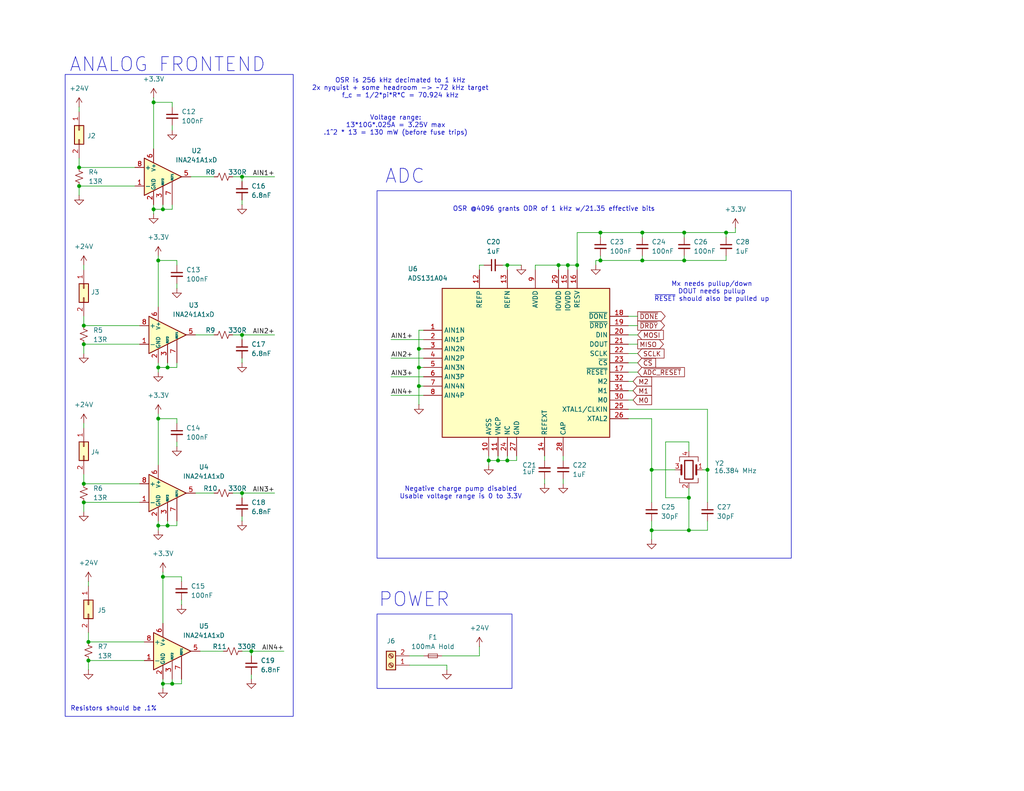
<source format=kicad_sch>
(kicad_sch (version 20250114) (generator "eeschema") (generator_version "9.0")
  (paper "USLetter")
  (title_block (title "PT DAQ") (date "2026-01-12") (rev "1A") (company "Aggie Propulsion and Rocketry Lab") (comment 1 "By: Nolan Poe") (comment 2 "Checked by: Daniel Fan"))
  (lib_symbols
    (symbol "Amplifier_Current:INA241A1xD" (pin_names (offset 0.127))
      (property "Reference" "U" (at 3.81 3.81 0))
      (property "Value" "INA241A1xD" (at 3.81 -2.54 0))
      (symbol "INA241A1xD_0_1"
        (polyline (pts (xy 5.08 0) (xy -5.08 5.08) (xy -5.08 -5.08) (xy 5.08 0)) (stroke (width 0.254)) (fill (type background)))
      )
      (symbol "INA241A1xD_1_1"
        (pin input line (at -7.62 2.54 0) (length 2.54) (name "+") (number "8"))
        (pin input line (at -7.62 -2.54 0) (length 2.54) (name "-") (number "1"))
        (pin power_in line (at -2.54 7.62 270) (length 3.81) (name "V+") (number "6"))
        (pin power_in line (at -2.54 -7.62 90) (length 3.81) (name "GND") (number "2"))
        (pin passive line (at -2.54 -7.62 90) (length 3.81) (hide yes) (name "GND") (number "4"))
        (pin passive line (at 0 -7.62 90) (length 5.08) (name "REF2") (number "3"))
        (pin passive line (at 2.54 -7.62 90) (length 6.35) (name "REF1") (number "7"))
        (pin output line (at 7.62 0 180) (length 2.54) (name "~") (number "5"))
      )
    )
    (symbol "Connector:Screw_Terminal_01x02" (pin_names (offset 1.016) (hide yes))
      (property "Reference" "J" (at 0 2.54 0))
      (property "Value" "Screw_Terminal_01x02" (at 0 -5.08 0))
      (symbol "Screw_Terminal_01x02_1_1"
        (rectangle (start -1.27 1.27) (end 1.27 -3.81) (stroke (width 0.254)) (fill (type background)))
        (polyline (pts (xy -0.5334 0.3302) (xy 0.3302 -0.508)) (stroke (width 0.1524)))
        (polyline (pts (xy -0.5334 -2.2098) (xy 0.3302 -3.048)) (stroke (width 0.1524)))
        (polyline (pts (xy -0.3556 0.508) (xy 0.508 -0.3302)) (stroke (width 0.1524)))
        (polyline (pts (xy -0.3556 -2.032) (xy 0.508 -2.8702)) (stroke (width 0.1524)))
        (circle (center 0 0) (radius 0.635) (stroke (width 0.1524)))
        (circle (center 0 -2.54) (radius 0.635) (stroke (width 0.1524)))
        (pin passive line (at -5.08 0 0) (length 3.81) (name "Pin_1") (number "1"))
        (pin passive line (at -5.08 -2.54 0) (length 3.81) (name "Pin_2") (number "2"))
      )
    )
    (symbol "Connector_Generic:Conn_02x01" (pin_names (offset 1.016) (hide yes))
      (property "Reference" "J" (at 1.27 2.54 0))
      (property "Value" "Conn_02x01" (at 1.27 -2.54 0))
      (symbol "Conn_02x01_1_1"
        (rectangle (start -1.27 1.27) (end 3.81 -1.27) (stroke (width 0.254)) (fill (type background)))
        (rectangle (start -1.27 0.127) (end 0 -0.127) (stroke (width 0.1524)))
        (rectangle (start 3.81 0.127) (end 2.54 -0.127) (stroke (width 0.1524)))
        (pin passive line (at -5.08 0 0) (length 3.81) (name "Pin_1") (number "1"))
        (pin passive line (at 7.62 0 180) (length 3.81) (name "Pin_2") (number "2"))
      )
    )
    (symbol "Device:C_Small" (pin_numbers (hide yes)) (pin_names (offset 0.254) (hide yes))
      (property "Reference" "C" (at 0.254 1.778 0))
      (property "Value" "C_Small" (at 0.254 -2.032 0))
      (symbol "C_Small_0_1"
        (polyline (pts (xy -1.524 0.508) (xy 1.524 0.508)) (stroke (width 0.3048)))
        (polyline (pts (xy -1.524 -0.508) (xy 1.524 -0.508)) (stroke (width 0.3302)))
      )
      (symbol "C_Small_1_1"
        (pin passive line (at 0 2.54 270) (length 2.032) (name "~") (number "1"))
        (pin passive line (at 0 -2.54 90) (length 2.032) (name "~") (number "2"))
      )
    )
    (symbol "Device:Crystal_GND24" (pin_names (offset 1.016) (hide yes))
      (property "Reference" "Y" (at 3.175 5.08 0))
      (property "Value" "Crystal_GND24" (at 3.175 3.175 0))
      (symbol "Crystal_GND24_0_1"
        (polyline (pts (xy -2.54 2.286) (xy -2.54 3.556) (xy 2.54 3.556) (xy 2.54 2.286)))
        (polyline (pts (xy -2.54 0) (xy -2.032 0)))
        (polyline (pts (xy -2.54 -2.286) (xy -2.54 -3.556) (xy 2.54 -3.556) (xy 2.54 -2.286)))
        (polyline (pts (xy -2.032 -1.27) (xy -2.032 1.27)) (stroke (width 0.508)))
        (rectangle (start -1.143 2.54) (end 1.143 -2.54) (stroke (width 0.3048)))
        (polyline (pts (xy 0 3.556) (xy 0 3.81)))
        (polyline (pts (xy 0 -3.81) (xy 0 -3.556)))
        (polyline (pts (xy 2.032 0) (xy 2.54 0)))
        (polyline (pts (xy 2.032 -1.27) (xy 2.032 1.27)) (stroke (width 0.508)))
      )
      (symbol "Crystal_GND24_1_1"
        (pin passive line (at -3.81 0 0) (length 1.27) (name "1") (number "1"))
        (pin passive line (at 0 5.08 270) (length 1.27) (name "2") (number "2"))
        (pin passive line (at 0 -5.08 90) (length 1.27) (name "4") (number "4"))
        (pin passive line (at 3.81 0 180) (length 1.27) (name "3") (number "3"))
      )
    )
    (symbol "Device:Fuse_Small" (pin_numbers (hide yes)) (pin_names (offset 0.254) (hide yes))
      (property "Reference" "F" (at 0 -1.524 0))
      (property "Value" "Fuse_Small" (at 0 1.524 0))
      (symbol "Fuse_Small_0_1"
        (rectangle (start -1.27 0.508) (end 1.27 -0.508))
        (polyline (pts (xy -1.27 0) (xy 1.27 0)))
      )
      (symbol "Fuse_Small_1_1"
        (pin passive line (at -2.54 0 0) (length 1.27) (name "~") (number "1"))
        (pin passive line (at 2.54 0 180) (length 1.27) (name "~") (number "2"))
      )
    )
    (symbol "Device:R_Small_US" (pin_numbers (hide yes)) (pin_names (offset 0.254) (hide yes))
      (property "Reference" "R" (at 0.762 0.508 0))
      (property "Value" "R_Small_US" (at 0.762 -1.016 0))
      (symbol "R_Small_US_1_1"
        (polyline (pts (xy 0 1.524) (xy 1.016 1.143) (xy 0 0.762) (xy -1.016 0.381) (xy 0 0)))
        (polyline (pts (xy 0 0) (xy 1.016 -0.381) (xy 0 -0.762) (xy -1.016 -1.143) (xy 0 -1.524)))
        (pin passive line (at 0 2.54 270) (length 1.016) (name "~") (number "1"))
        (pin passive line (at 0 -2.54 90) (length 1.016) (name "~") (number "2"))
      )
    )
    (symbol "libpt:ADS131A04"
      (property "Reference" "U" (at -22.86 31.115 0))
      (property "Value" "ADS131A04" (at -22.86 28.575 0))
      (symbol "ADS131A04_1_1"
        (rectangle (start -22.86 20.32) (end 22.86 -20.32) (stroke (width 0.254)) (fill (type background)))
        (pin input line (at -27.94 8.89 0) (length 5.08) (name "AIN1N") (number "1"))
        (pin input line (at -27.94 6.35 0) (length 5.08) (name "AIN1P") (number "2"))
        (pin input line (at -27.94 3.81 0) (length 5.08) (name "AIN2N") (number "3"))
        (pin input line (at -27.94 1.27 0) (length 5.08) (name "AIN2P") (number "4"))
        (pin input line (at -27.94 -1.27 0) (length 5.08) (name "AIN3N") (number "5"))
        (pin input line (at -27.94 -3.81 0) (length 5.08) (name "AIN3P") (number "6"))
        (pin input line (at -27.94 -6.35 0) (length 5.08) (name "AIN4N") (number "7"))
        (pin input line (at -27.94 -8.89 0) (length 5.08) (name "AIN4P") (number "8"))
        (pin output line (at -12.7 25.4 270) (length 5.08) (name "REFP") (number "12"))
        (pin power_in line (at -10.16 -25.4 90) (length 5.08) (name "AVSS") (number "10"))
        (pin output line (at -7.62 -25.4 90) (length 5.08) (name "VNCP") (number "11"))
        (pin input line (at -5.08 25.4 270) (length 5.08) (name "REFN") (number "13"))
        (pin output line (at -5.08 -25.4 90) (length 5.08) (name "NC") (number "24"))
        (pin power_in line (at -2.54 -25.4 90) (length 5.08) (name "GND") (number "27"))
        (pin power_in line (at 2.54 25.4 270) (length 5.08) (name "AVDD") (number "9"))
        (pin input line (at 5.08 -25.4 90) (length 5.08) (name "REFEXT") (number "14"))
        (pin power_in line (at 8.89 25.4 270) (length 5.08) (name "IOVDD") (number "29"))
        (pin output line (at 10.16 -25.4 90) (length 5.08) (name "CAP") (number "28"))
        (pin power_in line (at 11.43 25.4 270) (length 5.08) (name "IOVDD") (number "15"))
        (pin input line (at 13.97 25.4 270) (length 5.08) (name "RESV") (number "16"))
        (pin output line (at 27.94 12.7 180) (length 5.08) (name "~{DONE}") (number "18"))
        (pin bidirectional line (at 27.94 10.16 180) (length 5.08) (name "~{DRDY}") (number "19"))
        (pin input line (at 27.94 7.62 180) (length 5.08) (name "DIN") (number "20"))
        (pin output line (at 27.94 5.08 180) (length 5.08) (name "DOUT") (number "21"))
        (pin bidirectional line (at 27.94 2.54 180) (length 5.08) (name "SCLK") (number "22"))
        (pin input line (at 27.94 0 180) (length 5.08) (name "~{CS}") (number "23"))
        (pin input line (at 27.94 -2.54 180) (length 5.08) (name "~{RESET}") (number "17"))
        (pin input line (at 27.94 -5.08 180) (length 5.08) (name "M2") (number "32"))
        (pin input line (at 27.94 -7.62 180) (length 5.08) (name "M1") (number "31"))
        (pin input line (at 27.94 -10.16 180) (length 5.08) (name "M0") (number "30"))
        (pin input line (at 27.94 -12.7 180) (length 5.08) (name "XTAL1/CLKIN") (number "25"))
        (pin output line (at 27.94 -15.24 180) (length 5.08) (name "XTAL2") (number "26"))
      )
    )
    (symbol "power:+24V" (power) (pin_numbers (hide yes)) (pin_names (offset 0) (hide yes))
      (property "Value" "+24V" (at 0 3.556 0))
      (symbol "+24V_0_1"
        (polyline (pts (xy -0.762 1.27) (xy 0 2.54)))
        (polyline (pts (xy 0 2.54) (xy 0.762 1.27)))
        (polyline (pts (xy 0 0) (xy 0 2.54)))
      )
      (symbol "+24V_1_1"
        (pin power_in line (at 0 0 90) (length 0) (name "~") (number "1"))
      )
    )
    (symbol "power:+3.3V" (power) (pin_numbers (hide yes)) (pin_names (offset 0) (hide yes))
      (property "Value" "+3.3V" (at 0 3.556 0))
      (symbol "+3.3V_0_1"
        (polyline (pts (xy -0.762 1.27) (xy 0 2.54)))
        (polyline (pts (xy 0 2.54) (xy 0.762 1.27)))
        (polyline (pts (xy 0 0) (xy 0 2.54)))
      )
      (symbol "+3.3V_1_1"
        (pin power_in line (at 0 0 90) (length 0) (name "~") (number "1"))
      )
    )
    (symbol "power:GND" (power) (pin_numbers (hide yes)) (pin_names (offset 0) (hide yes))
      (property "Value" "GND" (at 0 -3.81 0))
      (symbol "GND_0_1"
        (polyline (pts (xy 0 0) (xy 0 -1.27) (xy 1.27 -1.27) (xy 0 -2.54) (xy -1.27 -1.27) (xy 0 -1.27)))
      )
      (symbol "GND_1_1"
        (pin power_in line (at 0 0 270) (length 0) (name "~") (number "1"))
      )
    )
  )
  (rectangle (start 102.87 52.07) (end 215.9 152.4))
  (rectangle (start 17.78 20.32) (end 80.01 195.58))
  (rectangle (start 102.87 167.64) (end 139.7 187.96))
  (text "Voltage range:\n13*10G*.025A = 3.25V max\n.1^2 * 13 = 130 mW (before fuse trips)" (at 107.95 34.29 0) (effects (font (size 1.27 1.27))))
  (text "Negative charge pump disabled\nUsable voltage range is 0 to 3.3V" (at 125.73 134.62 0) (effects (font (size 1.27 1.27))))
  (text "Resistors should be .1%" (at 30.988 193.548 0) (effects (font (size 1.27 1.27))))
  (text "POWER" (at 113.03 163.83 0) (effects (font (size 3.81 3.81))))
  (text "OSR is 256 kHz decimated to 1 kHz\n2x nyquist + some headroom -> ~72 kHz target\nf_c = 1/2*pi*R*C = 70.924 kHz" (at 109.22 24.13 0) (effects (font (size 1.27 1.27))))
  (text "ANALOG FRONTEND" (at 45.72 17.78 0) (effects (font (size 3.81 3.81))))
  (text "OSR @4096 grants ODR of 1 kHz w/21.35 effective bits" (at 151.13 57.15 0) (effects (font (size 1.27 1.27))))
  (text "Mx needs pullup/down\nDOUT needs pullup\n~{RESET} should also be pulled up" (at 194.2114 79.6905 0) (effects (font (size 1.27 1.27))))
  (text "ADC" (at 110.49 48.26 0) (effects (font (size 3.81 3.81))))
  (junction (at 41.91 27.94))
  (junction (at 45.72 143.51))
  (junction (at 43.18 100.33))
  (junction (at 45.72 100.33))
  (junction (at 163.83 63.5))
  (junction (at 186.69 71.12))
  (junction (at 44.45 157.48))
  (junction (at 43.18 114.3))
  (junction (at 186.69 63.5))
  (junction (at 114.3 95.25))
  (junction (at 41.91 57.15))
  (junction (at 138.43 72.39))
  (junction (at 187.96 144.78))
  (junction (at 157.48 72.39))
  (junction (at 68.58 177.8))
  (junction (at 135.89 125.73))
  (junction (at 22.86 93.98))
  (junction (at 154.94 72.39))
  (junction (at 138.43 125.73))
  (junction (at 43.18 71.12))
  (junction (at 24.13 180.34))
  (junction (at 177.8 144.78))
  (junction (at 46.99 186.69))
  (junction (at 175.26 63.5))
  (junction (at 21.59 45.72))
  (junction (at 198.12 63.5))
  (junction (at 133.35 125.73))
  (junction (at 44.45 57.15))
  (junction (at 66.04 48.26))
  (junction (at 163.83 71.12))
  (junction (at 43.18 143.51))
  (junction (at 152.4 72.39))
  (junction (at 66.04 134.62))
  (junction (at 114.3 100.33))
  (junction (at 21.59 50.8))
  (junction (at 193.04 128.27))
  (junction (at 22.86 132.08))
  (junction (at 177.8 128.27))
  (junction (at 66.04 91.44))
  (junction (at 187.96 135.89))
  (junction (at 22.86 88.9))
  (junction (at 24.13 175.26))
  (junction (at 114.3 105.41))
  (junction (at 44.45 186.69))
  (junction (at 22.86 137.16))
  (junction (at 175.26 71.12))
  (wire (pts (xy 171.45 101.6) (xy 173.99 101.6)))
  (wire (pts (xy 130.81 72.39) (xy 132.08 72.39)))
  (wire (pts (xy 43.18 114.3) (xy 43.18 127)))
  (wire (pts (xy 43.18 71.12) (xy 48.26 71.12)))
  (wire (pts (xy 138.43 72.39) (xy 138.43 73.66)))
  (wire (pts (xy 66.04 49.53) (xy 66.04 48.26)))
  (wire (pts (xy 106.68 102.87) (xy 115.57 102.87)))
  (wire (pts (xy 106.68 92.71) (xy 115.57 92.71)))
  (wire (pts (xy 130.81 176.53) (xy 130.81 179.07)))
  (wire (pts (xy 133.35 127) (xy 133.35 125.73)))
  (wire (pts (xy 177.8 144.78) (xy 177.8 147.32)))
  (wire (pts (xy 44.45 157.48) (xy 44.45 156.21)))
  (wire (pts (xy 138.43 124.46) (xy 138.43 125.73)))
  (wire (pts (xy 41.91 57.15) (xy 44.45 57.15)))
  (wire (pts (xy 175.26 63.5) (xy 186.69 63.5)))
  (wire (pts (xy 177.8 114.3) (xy 177.8 128.27)))
  (wire (pts (xy 187.96 135.89) (xy 187.96 133.35)))
  (wire (pts (xy 22.86 139.7) (xy 22.86 137.16)))
  (wire (pts (xy 114.3 100.33) (xy 114.3 95.25)))
  (wire (pts (xy 44.45 157.48) (xy 44.45 170.18)))
  (wire (pts (xy 114.3 110.49) (xy 114.3 105.41)))
  (wire (pts (xy 58.42 91.44) (xy 53.34 91.44)))
  (wire (pts (xy 49.53 158.75) (xy 49.53 157.48)))
  (wire (pts (xy 162.56 72.39) (xy 162.56 71.12)))
  (wire (pts (xy 154.94 72.39) (xy 152.4 72.39)))
  (wire (pts (xy 68.58 185.42) (xy 68.58 184.15)))
  (wire (pts (xy 106.68 107.95) (xy 115.57 107.95)))
  (wire (pts (xy 21.59 45.72) (xy 36.83 45.72)))
  (wire (pts (xy 66.04 91.44) (xy 74.93 91.44)))
  (wire (pts (xy 163.83 64.77) (xy 163.83 63.5)))
  (wire (pts (xy 48.26 100.33) (xy 45.72 100.33)))
  (wire (pts (xy 43.18 114.3) (xy 43.18 113.03)))
  (wire (pts (xy 163.83 69.85) (xy 163.83 71.12)))
  (wire (pts (xy 138.43 72.39) (xy 142.24 72.39)))
  (wire (pts (xy 175.26 71.12) (xy 186.69 71.12)))
  (wire (pts (xy 22.86 72.39) (xy 22.86 73.66)))
  (wire (pts (xy 172.72 106.68) (xy 171.45 106.68)))
  (wire (pts (xy 41.91 27.94) (xy 41.91 40.64)))
  (wire (pts (xy 66.04 48.26) (xy 63.5 48.26)))
  (wire (pts (xy 66.04 142.24) (xy 66.04 140.97)))
  (wire (pts (xy 153.67 125.73) (xy 153.67 124.46)))
  (wire (pts (xy 58.42 48.26) (xy 52.07 48.26)))
  (wire (pts (xy 46.99 55.88) (xy 46.99 57.15)))
  (wire (pts (xy 135.89 125.73) (xy 138.43 125.73)))
  (wire (pts (xy 163.83 63.5) (xy 175.26 63.5)))
  (wire (pts (xy 24.13 180.34) (xy 39.37 180.34)))
  (wire (pts (xy 177.8 128.27) (xy 184.15 128.27)))
  (wire (pts (xy 44.45 57.15) (xy 44.45 55.88)))
  (wire (pts (xy 171.45 88.9) (xy 173.99 88.9)))
  (wire (pts (xy 24.13 158.75) (xy 24.13 160.02)))
  (wire (pts (xy 186.69 69.85) (xy 186.69 71.12)))
  (wire (pts (xy 146.05 72.39) (xy 146.05 73.66)))
  (wire (pts (xy 22.86 96.52) (xy 22.86 93.98)))
  (wire (pts (xy 43.18 143.51) (xy 45.72 143.51)))
  (wire (pts (xy 153.67 130.81) (xy 153.67 132.08)))
  (wire (pts (xy 181.61 120.65) (xy 181.61 135.89)))
  (wire (pts (xy 74.93 48.26) (xy 66.04 48.26)))
  (wire (pts (xy 68.58 177.8) (xy 77.47 177.8)))
  (wire (pts (xy 191.77 128.27) (xy 193.04 128.27)))
  (wire (pts (xy 49.53 163.83) (xy 49.53 165.1)))
  (wire (pts (xy 66.04 91.44) (xy 63.5 91.44)))
  (wire (pts (xy 114.3 95.25) (xy 114.3 90.17)))
  (wire (pts (xy 135.89 124.46) (xy 135.89 125.73)))
  (wire (pts (xy 200.66 63.5) (xy 200.66 62.23)))
  (wire (pts (xy 21.59 29.21) (xy 21.59 30.48)))
  (wire (pts (xy 163.83 71.12) (xy 175.26 71.12)))
  (wire (pts (xy 41.91 55.88) (xy 41.91 57.15)))
  (wire (pts (xy 157.48 63.5) (xy 163.83 63.5)))
  (wire (pts (xy 21.59 53.34) (xy 21.59 50.8)))
  (wire (pts (xy 44.45 186.69) (xy 46.99 186.69)))
  (wire (pts (xy 114.3 105.41) (xy 114.3 100.33)))
  (wire (pts (xy 46.99 34.29) (xy 46.99 35.56)))
  (wire (pts (xy 177.8 128.27) (xy 177.8 137.16)))
  (wire (pts (xy 43.18 100.33) (xy 43.18 101.6)))
  (wire (pts (xy 171.45 99.06) (xy 173.99 99.06)))
  (wire (pts (xy 48.26 120.65) (xy 48.26 121.92)))
  (wire (pts (xy 21.59 43.18) (xy 21.59 45.72)))
  (wire (pts (xy 21.59 50.8) (xy 36.83 50.8)))
  (wire (pts (xy 162.56 71.12) (xy 163.83 71.12)))
  (wire (pts (xy 114.3 105.41) (xy 115.57 105.41)))
  (wire (pts (xy 114.3 95.25) (xy 115.57 95.25)))
  (wire (pts (xy 157.48 72.39) (xy 157.48 73.66)))
  (wire (pts (xy 44.45 186.69) (xy 44.45 187.96)))
  (wire (pts (xy 157.48 72.39) (xy 154.94 72.39)))
  (wire (pts (xy 171.45 96.52) (xy 173.99 96.52)))
  (wire (pts (xy 22.86 115.57) (xy 22.86 116.84)))
  (wire (pts (xy 175.26 69.85) (xy 175.26 71.12)))
  (wire (pts (xy 22.86 137.16) (xy 38.1 137.16)))
  (wire (pts (xy 175.26 64.77) (xy 175.26 63.5)))
  (wire (pts (xy 181.61 135.89) (xy 187.96 135.89)))
  (wire (pts (xy 46.99 186.69) (xy 46.99 185.42)))
  (wire (pts (xy 121.92 182.88) (xy 121.92 181.61)))
  (wire (pts (xy 171.45 109.22) (xy 172.72 109.22)))
  (wire (pts (xy 41.91 27.94) (xy 41.91 26.67)))
  (wire (pts (xy 133.35 124.46) (xy 133.35 125.73)))
  (wire (pts (xy 193.04 128.27) (xy 193.04 137.16)))
  (wire (pts (xy 24.13 175.26) (xy 39.37 175.26)))
  (wire (pts (xy 66.04 92.71) (xy 66.04 91.44)))
  (wire (pts (xy 43.18 71.12) (xy 43.18 83.82)))
  (wire (pts (xy 171.45 114.3) (xy 177.8 114.3)))
  (wire (pts (xy 198.12 63.5) (xy 200.66 63.5)))
  (wire (pts (xy 106.68 97.79) (xy 115.57 97.79)))
  (wire (pts (xy 48.26 77.47) (xy 48.26 78.74)))
  (wire (pts (xy 41.91 27.94) (xy 46.99 27.94)))
  (wire (pts (xy 41.91 57.15) (xy 41.91 58.42)))
  (wire (pts (xy 49.53 185.42) (xy 49.53 186.69)))
  (wire (pts (xy 60.96 177.8) (xy 54.61 177.8)))
  (wire (pts (xy 43.18 100.33) (xy 45.72 100.33)))
  (wire (pts (xy 198.12 69.85) (xy 198.12 71.12)))
  (wire (pts (xy 140.97 125.73) (xy 140.97 124.46)))
  (wire (pts (xy 48.26 115.57) (xy 48.26 114.3)))
  (wire (pts (xy 24.13 172.72) (xy 24.13 175.26)))
  (wire (pts (xy 186.69 63.5) (xy 198.12 63.5)))
  (wire (pts (xy 171.45 86.36) (xy 173.99 86.36)))
  (wire (pts (xy 66.04 134.62) (xy 63.5 134.62)))
  (wire (pts (xy 66.04 135.89) (xy 66.04 134.62)))
  (wire (pts (xy 66.04 55.88) (xy 66.04 54.61)))
  (wire (pts (xy 22.86 86.36) (xy 22.86 88.9)))
  (wire (pts (xy 53.34 134.62) (xy 58.42 134.62)))
  (wire (pts (xy 24.13 182.88) (xy 24.13 180.34)))
  (wire (pts (xy 44.45 157.48) (xy 49.53 157.48)))
  (wire (pts (xy 46.99 29.21) (xy 46.99 27.94)))
  (wire (pts (xy 120.65 179.07) (xy 130.81 179.07)))
  (wire (pts (xy 152.4 72.39) (xy 152.4 73.66)))
  (wire (pts (xy 187.96 120.65) (xy 181.61 120.65)))
  (wire (pts (xy 22.86 88.9) (xy 38.1 88.9)))
  (wire (pts (xy 186.69 71.12) (xy 198.12 71.12)))
  (wire (pts (xy 22.86 129.54) (xy 22.86 132.08)))
  (wire (pts (xy 146.05 72.39) (xy 152.4 72.39)))
  (wire (pts (xy 137.16 72.39) (xy 138.43 72.39)))
  (wire (pts (xy 154.94 72.39) (xy 154.94 73.66)))
  (wire (pts (xy 74.93 134.62) (xy 66.04 134.62)))
  (wire (pts (xy 187.96 135.89) (xy 187.96 144.78)))
  (wire (pts (xy 187.96 123.19) (xy 187.96 120.65)))
  (wire (pts (xy 43.18 71.12) (xy 43.18 69.85)))
  (wire (pts (xy 193.04 144.78) (xy 193.04 142.24)))
  (wire (pts (xy 49.53 186.69) (xy 46.99 186.69)))
  (wire (pts (xy 45.72 100.33) (xy 45.72 99.06)))
  (wire (pts (xy 48.26 72.39) (xy 48.26 71.12)))
  (wire (pts (xy 45.72 143.51) (xy 45.72 142.24)))
  (wire (pts (xy 111.76 181.61) (xy 121.92 181.61)))
  (wire (pts (xy 43.18 142.24) (xy 43.18 143.51)))
  (wire (pts (xy 48.26 143.51) (xy 45.72 143.51)))
  (wire (pts (xy 43.18 114.3) (xy 48.26 114.3)))
  (wire (pts (xy 198.12 63.5) (xy 198.12 64.77)))
  (wire (pts (xy 114.3 100.33) (xy 115.57 100.33)))
  (wire (pts (xy 172.72 104.14) (xy 171.45 104.14)))
  (wire (pts (xy 68.58 177.8) (xy 66.04 177.8)))
  (wire (pts (xy 148.59 132.08) (xy 148.59 130.81)))
  (wire (pts (xy 130.81 72.39) (xy 130.81 73.66)))
  (wire (pts (xy 171.45 91.44) (xy 173.99 91.44)))
  (wire (pts (xy 187.96 144.78) (xy 193.04 144.78)))
  (wire (pts (xy 177.8 142.24) (xy 177.8 144.78)))
  (wire (pts (xy 46.99 57.15) (xy 44.45 57.15)))
  (wire (pts (xy 114.3 90.17) (xy 115.57 90.17)))
  (wire (pts (xy 186.69 64.77) (xy 186.69 63.5)))
  (wire (pts (xy 177.8 144.78) (xy 187.96 144.78)))
  (wire (pts (xy 138.43 125.73) (xy 140.97 125.73)))
  (wire (pts (xy 43.18 99.06) (xy 43.18 100.33)))
  (wire (pts (xy 44.45 185.42) (xy 44.45 186.69)))
  (wire (pts (xy 22.86 132.08) (xy 38.1 132.08)))
  (wire (pts (xy 68.58 179.07) (xy 68.58 177.8)))
  (wire (pts (xy 43.18 143.51) (xy 43.18 144.78)))
  (wire (pts (xy 22.86 93.98) (xy 38.1 93.98)))
  (wire (pts (xy 193.04 111.76) (xy 193.04 128.27)))
  (wire (pts (xy 157.48 63.5) (xy 157.48 72.39)))
  (wire (pts (xy 48.26 99.06) (xy 48.26 100.33)))
  (wire (pts (xy 148.59 125.73) (xy 148.59 124.46)))
  (wire (pts (xy 171.45 93.98) (xy 173.99 93.98)))
  (wire (pts (xy 111.76 179.07) (xy 115.57 179.07)))
  (wire (pts (xy 48.26 142.24) (xy 48.26 143.51)))
  (wire (pts (xy 133.35 125.73) (xy 135.89 125.73)))
  (wire (pts (xy 66.04 99.06) (xy 66.04 97.79)))
  (wire (pts (xy 171.45 111.76) (xy 193.04 111.76)))
  (label "AIN3+" (at 74.93 134.62 180))
  (label "AIN2+" (at 106.68 97.79 0))
  (label "AIN2+" (at 74.93 91.44 180))
  (label "AIN4+" (at 106.68 107.95 0))
  (label "AIN1+" (at 74.93 48.26 180))
  (label "AIN1+" (at 106.68 92.71 0))
  (label "AIN3+" (at 106.68 102.87 0))
  (label "AIN4+" (at 77.47 177.8 180))
  (global_label "~{DRDY}" (shape output) (at 173.99 88.9 0) (property "Intersheetrefs" "${INTERSHEET_REFS}" (effects (hide yes))))
  (global_label "~{ADC_RESET}" (shape input) (at 173.99 101.6 0) (property "Intersheetrefs" "${INTERSHEET_REFS}" (effects (hide yes))))
  (global_label "M1" (shape input) (at 172.72 106.68 0) (property "Intersheetrefs" "${INTERSHEET_REFS}" (effects (hide yes))))
  (global_label "M2" (shape input) (at 172.72 104.14 0) (property "Intersheetrefs" "${INTERSHEET_REFS}" (effects (hide yes))))
  (global_label "M0" (shape input) (at 172.72 109.22 0) (property "Intersheetrefs" "${INTERSHEET_REFS}" (effects (hide yes))))
  (global_label "SCLK" (shape input) (at 173.99 96.52 0) (property "Intersheetrefs" "${INTERSHEET_REFS}" (effects (hide yes))))
  (global_label "MOSI" (shape input) (at 173.99 91.44 0) (property "Intersheetrefs" "${INTERSHEET_REFS}" (effects (hide yes))))
  (global_label "MISO" (shape output) (at 173.99 93.98 0) (property "Intersheetrefs" "${INTERSHEET_REFS}" (effects (hide yes))))
  (global_label "~{DONE}" (shape output) (at 173.99 86.36 0) (property "Intersheetrefs" "${INTERSHEET_REFS}" (effects (hide yes))))
  (global_label "~{CS}" (shape input) (at 173.99 99.06 0) (property "Intersheetrefs" "${INTERSHEET_REFS}" (effects (hide yes))))
  (symbol (lib_id "power:GND") (at 177.8 147.32 0) (unit 1)
    (property "Reference" "#PWR042" (effects (hide yes)))
    (property "Value" "GND" (effects (hide yes)))
    (property "Description" "Power symbol creates a global label with name \"GND\" , ground" (effects (hide yes)))
  )
  (symbol (lib_id "power:+24V") (at 22.86 115.57 0) (unit 1)
    (property "Reference" "#PWR016" (effects (hide yes)))
    (property "Value" "+24V" (at 22.86 110.49 0))
    (property "Description" "Power symbol creates a global label with name \"+24V\"" (effects (hide yes)))
  )
  (symbol (lib_id "Device:R_Small_US") (at 22.86 134.62 0) (unit 1)
    (property "Reference" "R6" (at 25.4 133.3499 0) (effects (justify left)))
    (property "Value" "13R" (at 25.4 135.8899 0) (effects (justify left)))
    (property "Footprint" "libpt:R_1206_3216Metric" (effects (hide yes)))
    (property "Description" "Resistor, small US symbol" (effects (hide yes)))
  )
  (symbol (lib_id "Device:C_Small") (at 66.04 52.07 0) (unit 1)
    (property "Reference" "C16" (at 68.58 50.8062 0) (effects (justify left)))
    (property "Value" "6.8nF" (at 68.58 53.3462 0) (effects (justify left)))
    (property "Footprint" "aprlprints:C_0603-noct" (effects (hide yes)))
    (property "Description" "Unpolarized capacitor, small symbol" (effects (hide yes)))
  )
  (symbol (lib_id "Device:C_Small") (at 68.58 181.61 0) (unit 1)
    (property "Reference" "C19" (at 71.12 180.3462 0) (effects (justify left)))
    (property "Value" "6.8nF" (at 71.12 182.8862 0) (effects (justify left)))
    (property "Footprint" "aprlprints:C_0603-noct" (effects (hide yes)))
    (property "Description" "Unpolarized capacitor, small symbol" (effects (hide yes)))
  )
  (symbol (lib_id "Device:C_Small") (at 186.69 67.31 0) (unit 1)
    (property "Reference" "C26" (at 189.23 66.0462 0) (effects (justify left)))
    (property "Value" "100nF" (at 189.23 68.5862 0) (effects (justify left)))
    (property "Footprint" "aprlprints:C_0603-noct" (effects (hide yes)))
    (property "Description" "Unpolarized capacitor, small symbol" (effects (hide yes)))
  )
  (symbol (lib_id "libpt:ADS131A04") (at 143.51 99.06 0) (unit 1)
    (property "Reference" "U6" (at 111.252 73.406 0) (effects (justify left)))
    (property "Value" "ADS131A04" (at 111.252 75.946 0) (effects (justify left)))
    (property "Footprint" "libpt:QFP-32_5x5_Pitch0.5mm" (effects (hide yes)))
  )
  (symbol (lib_id "power:GND") (at 121.92 182.88 0) (unit 1)
    (property "Reference" "#PWR044" (effects (hide yes)))
    (property "Value" "GND" (effects (hide yes)))
    (property "Description" "Power symbol creates a global label with name \"GND\" , ground" (effects (hide yes)))
  )
  (symbol (lib_id "power:GND") (at 22.86 96.52 0) (unit 1)
    (property "Reference" "#PWR015" (effects (hide yes)))
    (property "Value" "GND" (effects (hide yes)))
    (property "Description" "Power symbol creates a global label with name \"GND\" , ground" (effects (hide yes)))
  )
  (symbol (lib_id "power:GND") (at 66.04 55.88 0) (unit 1)
    (property "Reference" "#PWR032" (effects (hide yes)))
    (property "Value" "GND" (effects (hide yes)))
    (property "Description" "Power symbol creates a global label with name \"GND\" , ground" (effects (hide yes)))
  )
  (symbol (lib_id "power:GND") (at 44.45 187.96 0) (unit 1)
    (property "Reference" "#PWR027" (effects (hide yes)))
    (property "Value" "GND" (effects (hide yes)))
    (property "Description" "Power symbol creates a global label with name \"GND\" , ground" (effects (hide yes)))
  )
  (symbol (lib_id "Device:R_Small_US") (at 60.96 48.26 90) (unit 1)
    (property "Reference" "R8" (at 57.404 46.99 90))
    (property "Value" "330R" (at 64.77 46.99 90))
    (property "Footprint" "aprlprints:R_0603-noct" (effects (hide yes)))
    (property "Description" "Resistor, small US symbol" (effects (hide yes)))
  )
  (symbol (lib_id "Amplifier_Current:INA241A1xD") (at 45.72 91.44 0) (unit 1)
    (property "Reference" "U3" (at 52.832 83.312 0))
    (property "Value" "INA241A1xD" (at 52.832 85.852 0))
    (property "Footprint" "Package_SO:SOIC-8_3.9x4.9mm_P1.27mm" (effects (hide yes)))
    (property "Datasheet" "https://www.ti.com/lit/ds/symlink/ina241b.pdf" (effects (hide yes)))
    (property "Description" "High- and Low-Side, Bidirectional, Zero-Drift, Current-Sense Amplifier With Enhanced PWM Rejection, 10V/V, ±0.01% Gain Accuracy, ±10 μV Offset Voltage, SOIC-8" (effects (hide yes)))
  )
  (symbol (lib_id "power:+3.3V") (at 43.18 69.85 0) (unit 1)
    (property "Reference" "#PWR022" (effects (hide yes)))
    (property "Value" "+3.3V" (at 43.18 64.77 0))
    (property "Description" "Power symbol creates a global label with name \"+3.3V\"" (effects (hide yes)))
  )
  (symbol (lib_id "Connector_Generic:Conn_02x01") (at 24.13 165.1 270) (unit 1)
    (property "Reference" "J5" (at 28.956 166.624 90) (effects (justify right)))
    (property "Value" "Conn_02x01" (effects (hide yes)))
    (property "Footprint" "TerminalBlock_Phoenix:TerminalBlock_Phoenix_MPT-0,5-2-2.54_1x02_P2.54mm_Horizontal" (effects (hide yes)))
    (property "Description" "Generic connector, double row, 02x01, this symbol is compatible with counter-clockwise, top-bottom and odd-even numbering schemes., script generated (kicad-library-utils/schlib/autogen/connector/)" (effects (hide yes)))
  )
  (symbol (lib_id "power:+3.3V") (at 200.66 62.23 0) (unit 1)
    (property "Reference" "#PWR043" (effects (hide yes)))
    (property "Value" "+3.3V" (at 200.66 57.15 0))
    (property "Description" "Power symbol creates a global label with name \"+3.3V\"" (effects (hide yes)))
  )
  (symbol (lib_id "power:GND") (at 114.3 110.49 0) (unit 1)
    (property "Reference" "#PWR036" (effects (hide yes)))
    (property "Value" "GND" (effects (hide yes)))
    (property "Description" "Power symbol creates a global label with name \"GND\" , ground" (effects (hide yes)))
  )
  (symbol (lib_id "Device:R_Small_US") (at 22.86 91.44 0) (unit 1)
    (property "Reference" "R5" (at 25.4 90.1699 0) (effects (justify left)))
    (property "Value" "13R" (at 25.4 92.7099 0) (effects (justify left)))
    (property "Footprint" "libpt:R_1206_3216Metric" (effects (hide yes)))
    (property "Description" "Resistor, small US symbol" (effects (hide yes)))
  )
  (symbol (lib_id "power:GND") (at 49.53 165.1 0) (unit 1)
    (property "Reference" "#PWR031" (effects (hide yes)))
    (property "Value" "GND" (effects (hide yes)))
    (property "Description" "Power symbol creates a global label with name \"GND\" , ground" (effects (hide yes)))
  )
  (symbol (lib_id "power:+3.3V") (at 41.91 26.67 0) (unit 1)
    (property "Reference" "#PWR020" (effects (hide yes)))
    (property "Value" "+3.3V" (at 41.91 21.59 0))
    (property "Description" "Power symbol creates a global label with name \"+3.3V\"" (effects (hide yes)))
  )
  (symbol (lib_id "Device:C_Small") (at 148.59 128.27 180) (unit 1)
    (property "Reference" "C21" (at 142.494 127 0) (effects (justify right)))
    (property "Value" "1uF" (at 142.494 128.778 0) (effects (justify right)))
    (property "Footprint" "aprlprints:C_0603-noct" (effects (hide yes)))
    (property "Description" "Unpolarized capacitor, small symbol" (effects (hide yes)))
  )
  (symbol (lib_id "Device:C_Small") (at 46.99 31.75 0) (unit 1)
    (property "Reference" "C12" (at 49.53 30.4862 0) (effects (justify left)))
    (property "Value" "100nF" (at 49.53 33.0262 0) (effects (justify left)))
    (property "Footprint" "aprlprints:C_0603-noct" (effects (hide yes)))
    (property "Description" "Unpolarized capacitor, small symbol" (effects (hide yes)))
  )
  (symbol (lib_id "Device:C_Small") (at 153.67 128.27 180) (unit 1)
    (property "Reference" "C22" (at 156.21 126.9935 0) (effects (justify right)))
    (property "Value" "1uF" (at 156.21 129.5335 0) (effects (justify right)))
    (property "Footprint" "aprlprints:C_0603-noct" (effects (hide yes)))
    (property "Description" "Unpolarized capacitor, small symbol" (effects (hide yes)))
  )
  (symbol (lib_id "power:+24V") (at 130.81 176.53 0) (unit 1)
    (property "Reference" "#PWR045" (effects (hide yes)))
    (property "Value" "+24V" (at 130.81 171.45 0))
    (property "Description" "Power symbol creates a global label with name \"+24V\"" (effects (hide yes)))
  )
  (symbol (lib_id "power:+24V") (at 22.86 72.39 0) (unit 1)
    (property "Reference" "#PWR014" (effects (hide yes)))
    (property "Value" "+24V" (at 22.86 67.31 0))
    (property "Description" "Power symbol creates a global label with name \"+24V\"" (effects (hide yes)))
  )
  (symbol (lib_id "Amplifier_Current:INA241A1xD") (at 46.99 177.8 0) (unit 1)
    (property "Reference" "U5" (at 55.626 170.942 0))
    (property "Value" "INA241A1xD" (at 55.626 173.482 0))
    (property "Footprint" "Package_SO:SOIC-8_3.9x4.9mm_P1.27mm" (effects (hide yes)))
    (property "Datasheet" "https://www.ti.com/lit/ds/symlink/ina241b.pdf" (effects (hide yes)))
    (property "Description" "High- and Low-Side, Bidirectional, Zero-Drift, Current-Sense Amplifier With Enhanced PWM Rejection, 10V/V, ±0.01% Gain Accuracy, ±10 μV Offset Voltage, SOIC-8" (effects (hide yes)))
  )
  (symbol (lib_id "Device:C_Small") (at 193.04 139.7 0) (unit 1)
    (property "Reference" "C27" (at 195.58 138.4362 0) (effects (justify left)))
    (property "Value" "30pF" (at 195.58 140.9762 0) (effects (justify left)))
    (property "Footprint" "aprlprints:C_0603-noct" (effects (hide yes)))
    (property "Description" "Unpolarized capacitor, small symbol" (effects (hide yes)))
    (property "LCSC" "C32949" (effects (hide yes)))
  )
  (symbol (lib_id "power:GND") (at 148.59 132.08 0) (unit 1)
    (property "Reference" "#PWR039" (effects (hide yes)))
    (property "Value" "GND" (effects (hide yes)))
    (property "Description" "Power symbol creates a global label with name \"GND\" , ground" (effects (hide yes)))
  )
  (symbol (lib_id "power:+3.3V") (at 43.18 113.03 0) (unit 1)
    (property "Reference" "#PWR024" (effects (hide yes)))
    (property "Value" "+3.3V" (at 43.18 107.95 0))
    (property "Description" "Power symbol creates a global label with name \"+3.3V\"" (effects (hide yes)))
  )
  (symbol (lib_id "power:GND") (at 133.35 127 0) (unit 1)
    (property "Reference" "#PWR037" (effects (hide yes)))
    (property "Value" "GND" (effects (hide yes)))
    (property "Description" "Power symbol creates a global label with name \"GND\" , ground" (effects (hide yes)))
  )
  (symbol (lib_id "power:GND") (at 21.59 53.34 0) (unit 1)
    (property "Reference" "#PWR013" (effects (hide yes)))
    (property "Value" "GND" (effects (hide yes)))
    (property "Description" "Power symbol creates a global label with name \"GND\" , ground" (effects (hide yes)))
  )
  (symbol (lib_id "Device:C_Small") (at 48.26 118.11 0) (unit 1)
    (property "Reference" "C14" (at 50.8 116.8462 0) (effects (justify left)))
    (property "Value" "100nF" (at 50.8 119.3862 0) (effects (justify left)))
    (property "Footprint" "aprlprints:C_0603-noct" (effects (hide yes)))
    (property "Description" "Unpolarized capacitor, small symbol" (effects (hide yes)))
  )
  (symbol (lib_id "power:GND") (at 48.26 78.74 0) (unit 1)
    (property "Reference" "#PWR029" (effects (hide yes)))
    (property "Value" "GND" (effects (hide yes)))
    (property "Description" "Power symbol creates a global label with name \"GND\" , ground" (effects (hide yes)))
  )
  (symbol (lib_id "Device:C_Small") (at 163.83 67.31 0) (unit 1)
    (property "Reference" "C23" (at 166.37 66.0462 0) (effects (justify left)))
    (property "Value" "100nF" (at 166.37 68.5862 0) (effects (justify left)))
    (property "Footprint" "aprlprints:C_0603-noct" (effects (hide yes)))
    (property "Description" "Unpolarized capacitor, small symbol" (effects (hide yes)))
  )
  (symbol (lib_id "Device:Crystal_GND24") (at 187.96 128.27 180) (unit 1)
    (property "Reference" "Y2" (at 196.342 126.492 0))
    (property "Value" "16.384 MHz" (at 200.66 128.524 0))
    (property "Footprint" "aprlprints:3225-4P-L-noct" (effects (hide yes)))
    (property "Description" "Four pin crystal, GND on pins 2 and 4" (effects (hide yes)))
    (property "LCSC" "C2901668" (effects (hide yes)))
  )
  (symbol (lib_id "Device:R_Small_US") (at 60.96 91.44 90) (unit 1)
    (property "Reference" "R9" (at 57.404 90.17 90))
    (property "Value" "330R" (at 64.77 90.17 90))
    (property "Footprint" "aprlprints:R_0603-noct" (effects (hide yes)))
    (property "Description" "Resistor, small US symbol" (effects (hide yes)))
  )
  (symbol (lib_id "Device:C_Small") (at 48.26 74.93 0) (unit 1)
    (property "Reference" "C13" (at 50.8 73.6662 0) (effects (justify left)))
    (property "Value" "100nF" (at 50.8 76.2062 0) (effects (justify left)))
    (property "Footprint" "aprlprints:C_0603-noct" (effects (hide yes)))
    (property "Description" "Unpolarized capacitor, small symbol" (effects (hide yes)))
  )
  (symbol (lib_id "Connector_Generic:Conn_02x01") (at 22.86 121.92 270) (unit 1)
    (property "Reference" "J4" (at 27.178 123.444 90) (effects (justify right)))
    (property "Value" "Conn_02x01" (effects (hide yes)))
    (property "Footprint" "TerminalBlock_Phoenix:TerminalBlock_Phoenix_MPT-0,5-2-2.54_1x02_P2.54mm_Horizontal" (effects (hide yes)))
    (property "Description" "Generic connector, double row, 02x01, this symbol is compatible with counter-clockwise, top-bottom and odd-even numbering schemes., script generated (kicad-library-utils/schlib/autogen/connector/)" (effects (hide yes)))
  )
  (symbol (lib_id "Amplifier_Current:INA241A1xD") (at 44.45 48.26 0) (unit 1)
    (property "Reference" "U2" (at 53.594 41.148 0))
    (property "Value" "INA241A1xD" (at 53.594 43.688 0))
    (property "Footprint" "Package_SO:SOIC-8_3.9x4.9mm_P1.27mm" (effects (hide yes)))
    (property "Datasheet" "https://www.ti.com/lit/ds/symlink/ina241b.pdf" (effects (hide yes)))
    (property "Description" "High- and Low-Side, Bidirectional, Zero-Drift, Current-Sense Amplifier With Enhanced PWM Rejection, 10V/V, ±0.01% Gain Accuracy, ±10 μV Offset Voltage, SOIC-8" (effects (hide yes)))
  )
  (symbol (lib_id "power:GND") (at 43.18 101.6 0) (unit 1)
    (property "Reference" "#PWR023" (effects (hide yes)))
    (property "Value" "GND" (effects (hide yes)))
    (property "Description" "Power symbol creates a global label with name \"GND\" , ground" (effects (hide yes)))
  )
  (symbol (lib_id "Device:C_Small") (at 175.26 67.31 0) (unit 1)
    (property "Reference" "C24" (at 177.8 66.0462 0) (effects (justify left)))
    (property "Value" "100nF" (at 177.8 68.5862 0) (effects (justify left)))
    (property "Footprint" "aprlprints:C_0603-noct" (effects (hide yes)))
    (property "Description" "Unpolarized capacitor, small symbol" (effects (hide yes)))
  )
  (symbol (lib_id "Device:R_Small_US") (at 60.96 134.62 90) (unit 1)
    (property "Reference" "R10" (at 57.404 133.35 90))
    (property "Value" "330R" (at 64.77 133.35 90))
    (property "Footprint" "aprlprints:R_0603-noct" (effects (hide yes)))
    (property "Description" "Resistor, small US symbol" (effects (hide yes)))
  )
  (symbol (lib_id "power:GND") (at 66.04 99.06 0) (unit 1)
    (property "Reference" "#PWR033" (effects (hide yes)))
    (property "Value" "GND" (effects (hide yes)))
    (property "Description" "Power symbol creates a global label with name \"GND\" , ground" (effects (hide yes)))
  )
  (symbol (lib_id "power:+3.3V") (at 44.45 156.21 0) (unit 1)
    (property "Reference" "#PWR026" (effects (hide yes)))
    (property "Value" "+3.3V" (at 44.45 151.13 0))
    (property "Description" "Power symbol creates a global label with name \"+3.3V\"" (effects (hide yes)))
  )
  (symbol (lib_id "Amplifier_Current:INA241A1xD") (at 45.72 134.62 0) (unit 1)
    (property "Reference" "U4" (at 55.626 127.508 0))
    (property "Value" "INA241A1xD" (at 55.626 130.048 0))
    (property "Footprint" "Package_SO:SOIC-8_3.9x4.9mm_P1.27mm" (effects (hide yes)))
    (property "Datasheet" "https://www.ti.com/lit/ds/symlink/ina241b.pdf" (effects (hide yes)))
    (property "Description" "High- and Low-Side, Bidirectional, Zero-Drift, Current-Sense Amplifier With Enhanced PWM Rejection, 10V/V, ±0.01% Gain Accuracy, ±10 μV Offset Voltage, SOIC-8" (effects (hide yes)))
  )
  (symbol (lib_id "power:+24V") (at 21.59 29.21 0) (unit 1)
    (property "Reference" "#PWR012" (effects (hide yes)))
    (property "Value" "+24V" (at 21.59 24.13 0))
    (property "Description" "Power symbol creates a global label with name \"+24V\"" (effects (hide yes)))
  )
  (symbol (lib_id "power:GND") (at 48.26 121.92 0) (unit 1)
    (property "Reference" "#PWR030" (effects (hide yes)))
    (property "Value" "GND" (effects (hide yes)))
    (property "Description" "Power symbol creates a global label with name \"GND\" , ground" (effects (hide yes)))
  )
  (symbol (lib_id "power:GND") (at 66.04 142.24 0) (unit 1)
    (property "Reference" "#PWR034" (effects (hide yes)))
    (property "Value" "GND" (effects (hide yes)))
    (property "Description" "Power symbol creates a global label with name \"GND\" , ground" (effects (hide yes)))
  )
  (symbol (lib_id "power:GND") (at 142.24 72.39 0) (unit 1)
    (property "Reference" "#PWR038" (effects (hide yes)))
    (property "Value" "GND" (effects (hide yes)))
    (property "Description" "Power symbol creates a global label with name \"GND\" , ground" (effects (hide yes)))
  )
  (symbol (lib_id "Device:C_Small") (at 66.04 138.43 0) (unit 1)
    (property "Reference" "C18" (at 68.58 137.1662 0) (effects (justify left)))
    (property "Value" "6.8nF" (at 68.58 139.7062 0) (effects (justify left)))
    (property "Footprint" "aprlprints:C_0603-noct" (effects (hide yes)))
    (property "Description" "Unpolarized capacitor, small symbol" (effects (hide yes)))
  )
  (symbol (lib_id "Device:Fuse_Small") (at 118.11 179.07 180) (unit 1)
    (property "Reference" "F1" (at 118.11 173.99 0))
    (property "Value" "100mA Hold" (at 118.11 176.53 0))
    (property "Footprint" "Fuse:Fuse_0805_2012Metric" (effects (hide yes)))
    (property "Description" "Fuse, small symbol" (effects (hide yes)))
  )
  (symbol (lib_id "Connector_Generic:Conn_02x01") (at 22.86 78.74 270) (unit 1)
    (property "Reference" "J3" (at 27.178 79.756 90) (effects (justify right)))
    (property "Value" "Conn_02x01" (effects (hide yes)))
    (property "Footprint" "TerminalBlock_Phoenix:TerminalBlock_Phoenix_MPT-0,5-2-2.54_1x02_P2.54mm_Horizontal" (effects (hide yes)))
    (property "Description" "Generic connector, double row, 02x01, this symbol is compatible with counter-clockwise, top-bottom and odd-even numbering schemes., script generated (kicad-library-utils/schlib/autogen/connector/)" (effects (hide yes)))
  )
  (symbol (lib_id "Device:R_Small_US") (at 24.13 177.8 0) (unit 1)
    (property "Reference" "R7" (at 26.67 176.5299 0) (effects (justify left)))
    (property "Value" "13R" (at 26.67 179.0699 0) (effects (justify left)))
    (property "Footprint" "libpt:R_1206_3216Metric" (effects (hide yes)))
    (property "Description" "Resistor, small US symbol" (effects (hide yes)))
  )
  (symbol (lib_id "Device:C_Small") (at 66.04 95.25 0) (unit 1)
    (property "Reference" "C17" (at 68.58 93.9862 0) (effects (justify left)))
    (property "Value" "6.8nF" (at 68.58 96.5262 0) (effects (justify left)))
    (property "Footprint" "aprlprints:C_0603-noct" (effects (hide yes)))
    (property "Description" "Unpolarized capacitor, small symbol" (effects (hide yes)))
  )
  (symbol (lib_id "power:GND") (at 46.99 35.56 0) (unit 1)
    (property "Reference" "#PWR028" (effects (hide yes)))
    (property "Value" "GND" (effects (hide yes)))
    (property "Description" "Power symbol creates a global label with name \"GND\" , ground" (effects (hide yes)))
  )
  (symbol (lib_id "Device:R_Small_US") (at 21.59 48.26 0) (unit 1)
    (property "Reference" "R4" (at 24.13 46.9899 0) (effects (justify left)))
    (property "Value" "13R" (at 24.13 49.5299 0) (effects (justify left)))
    (property "Footprint" "libpt:R_1206_3216Metric" (effects (hide yes)))
    (property "Description" "Resistor, small US symbol" (effects (hide yes)))
  )
  (symbol (lib_id "power:GND") (at 68.58 185.42 0) (unit 1)
    (property "Reference" "#PWR035" (effects (hide yes)))
    (property "Value" "GND" (effects (hide yes)))
    (property "Description" "Power symbol creates a global label with name \"GND\" , ground" (effects (hide yes)))
  )
  (symbol (lib_id "Connector_Generic:Conn_02x01") (at 21.59 35.56 270) (unit 1)
    (property "Reference" "J2" (at 26.162 37.084 90) (effects (justify right)))
    (property "Value" "Conn_02x01" (effects (hide yes)))
    (property "Footprint" "TerminalBlock_Phoenix:TerminalBlock_Phoenix_MPT-0,5-2-2.54_1x02_P2.54mm_Horizontal" (effects (hide yes)))
    (property "Description" "Generic connector, double row, 02x01, this symbol is compatible with counter-clockwise, top-bottom and odd-even numbering schemes., script generated (kicad-library-utils/schlib/autogen/connector/)" (effects (hide yes)))
  )
  (symbol (lib_id "Device:C_Small") (at 177.8 139.7 0) (unit 1)
    (property "Reference" "C25" (at 180.34 138.4362 0) (effects (justify left)))
    (property "Value" "30pF" (at 180.34 140.9762 0) (effects (justify left)))
    (property "Footprint" "aprlprints:C_0603-noct" (effects (hide yes)))
    (property "Description" "Unpolarized capacitor, small symbol" (effects (hide yes)))
    (property "LCSC" "C32949" (effects (hide yes)))
  )
  (symbol (lib_id "power:GND") (at 41.91 58.42 0) (unit 1)
    (property "Reference" "#PWR021" (effects (hide yes)))
    (property "Value" "GND" (effects (hide yes)))
    (property "Description" "Power symbol creates a global label with name \"GND\" , ground" (effects (hide yes)))
  )
  (symbol (lib_id "power:GND") (at 43.18 144.78 0) (unit 1)
    (property "Reference" "#PWR025" (effects (hide yes)))
    (property "Value" "GND" (effects (hide yes)))
    (property "Description" "Power symbol creates a global label with name \"GND\" , ground" (effects (hide yes)))
  )
  (symbol (lib_id "power:+24V") (at 24.13 158.75 0) (unit 1)
    (property "Reference" "#PWR018" (effects (hide yes)))
    (property "Value" "+24V" (at 24.13 153.67 0))
    (property "Description" "Power symbol creates a global label with name \"+24V\"" (effects (hide yes)))
  )
  (symbol (lib_id "Device:R_Small_US") (at 63.5 177.8 90) (unit 1)
    (property "Reference" "R11" (at 59.944 176.53 90))
    (property "Value" "330R" (at 67.31 176.53 90))
    (property "Footprint" "aprlprints:R_0603-noct" (effects (hide yes)))
    (property "Description" "Resistor, small US symbol" (effects (hide yes)))
  )
  (symbol (lib_id "Connector:Screw_Terminal_01x02") (at 106.68 181.61 180) (unit 1)
    (property "Reference" "J6" (at 106.68 175.006 0))
    (property "Value" "Screw_Terminal_01x02" (effects (hide yes)))
    (property "Footprint" "TerminalBlock_Phoenix:TerminalBlock_Phoenix_MPT-0,5-2-2.54_1x02_P2.54mm_Horizontal" (effects (hide yes)))
    (property "Description" "Generic screw terminal, single row, 01x02, script generated (kicad-library-utils/schlib/autogen/connector/)" (effects (hide yes)))
  )
  (symbol (lib_id "power:GND") (at 22.86 139.7 0) (unit 1)
    (property "Reference" "#PWR017" (effects (hide yes)))
    (property "Value" "GND" (effects (hide yes)))
    (property "Description" "Power symbol creates a global label with name \"GND\" , ground" (effects (hide yes)))
  )
  (symbol (lib_id "power:GND") (at 24.13 182.88 0) (unit 1)
    (property "Reference" "#PWR019" (effects (hide yes)))
    (property "Value" "GND" (effects (hide yes)))
    (property "Description" "Power symbol creates a global label with name \"GND\" , ground" (effects (hide yes)))
  )
  (symbol (lib_id "Device:C_Small") (at 49.53 161.29 0) (unit 1)
    (property "Reference" "C15" (at 52.07 160.0262 0) (effects (justify left)))
    (property "Value" "100nF" (at 52.07 162.5662 0) (effects (justify left)))
    (property "Footprint" "aprlprints:C_0603-noct" (effects (hide yes)))
    (property "Description" "Unpolarized capacitor, small symbol" (effects (hide yes)))
  )
  (symbol (lib_id "Device:C_Small") (at 134.62 72.39 90) (unit 1)
    (property "Reference" "C20" (at 134.6263 66.04 90))
    (property "Value" "1uF" (at 134.6263 68.58 90))
    (property "Footprint" "aprlprints:C_0603-noct" (effects (hide yes)))
    (property "Description" "Unpolarized capacitor, small symbol" (effects (hide yes)))
  )
  (symbol (lib_id "Device:C_Small") (at 198.12 67.31 0) (unit 1)
    (property "Reference" "C28" (at 200.66 66.0462 0) (effects (justify left)))
    (property "Value" "1uF" (at 200.66 68.5862 0) (effects (justify left)))
    (property "Footprint" "aprlprints:C_0603-noct" (effects (hide yes)))
    (property "Description" "Unpolarized capacitor, small symbol" (effects (hide yes)))
  )
  (symbol (lib_id "power:GND") (at 153.67 132.08 0) (unit 1)
    (property "Reference" "#PWR040" (effects (hide yes)))
    (property "Value" "GND" (effects (hide yes)))
    (property "Description" "Power symbol creates a global label with name \"GND\" , ground" (effects (hide yes)))
  )
  (symbol (lib_id "power:GND") (at 162.56 72.39 0) (unit 1)
    (property "Reference" "#PWR041" (effects (hide yes)))
    (property "Value" "GND" (effects (hide yes)))
    (property "Description" "Power symbol creates a global label with name \"GND\" , ground" (effects (hide yes)))
  )
)
</source>
